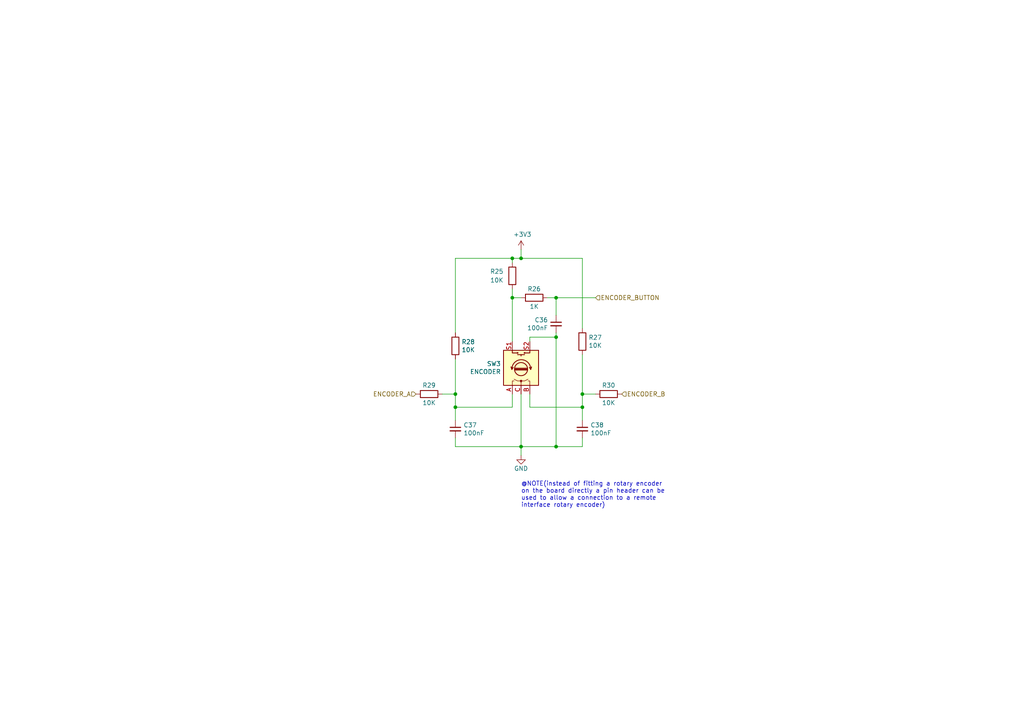
<source format=kicad_sch>
(kicad_sch (version 20231120) (generator "eeschema") (generator_version "8.0")
  (paper "A4")
  (title_block (title "KLST_TINY") (date "2021-05-01") (rev "0.2"))
  (lib_symbols
    (symbol "Device:C_Small" (pin_numbers hide) (pin_names (offset 0.254) hide)
      (property "Reference" "C" (at 0.254 1.778 0))
      (property "Value" "C_Small" (at 0.254 -2.032 0))
      (symbol "C_Small_0_1"
        (polyline (pts (xy -1.524 -0.508) (xy 1.524 -0.508)) (stroke (width 0.3302)))
        (polyline (pts (xy -1.524 0.508) (xy 1.524 0.508)) (stroke (width 0.3048)))
      )
      (symbol "C_Small_1_1"
        (pin passive line (at 0 2.54 270) (length 2.032) (name "~") (number "1"))
        (pin passive line (at 0 -2.54 90) (length 2.032) (name "~") (number "2"))
      )
    )
    (symbol "Device:R" (pin_numbers hide) (pin_names (offset 0))
      (property "Reference" "R" (at 2.032 0 90))
      (property "Value" "R" (at 0 0 90))
      (symbol "R_0_1"
        (rectangle (start -1.016 -2.54) (end 1.016 2.54) (stroke (width 0.254)))
      )
      (symbol "R_1_1"
        (pin passive line (at 0 3.81 270) (length 1.27) (name "~") (number "1"))
        (pin passive line (at 0 -3.81 90) (length 1.27) (name "~") (number "2"))
      )
    )
    (symbol "KLST_TINY-rescue:+3V3-power" (power) (pin_names (offset 0))
      (property "Value" "power_+3V3" (at 0 3.556 0))
      (symbol "+3V3-power_0_1"
        (polyline (pts (xy -0.762 1.27) (xy 0 2.54)))
        (polyline (pts (xy 0 0) (xy 0 2.54)))
        (polyline (pts (xy 0 2.54) (xy 0.762 1.27)))
      )
      (symbol "+3V3-power_1_1"
        (pin power_in line (at 0 0 90) (length 0) hide (name "+3V3") (number "1"))
      )
    )
    (symbol "KLST_TINY-rescue:GND-power" (power) (pin_names (offset 0))
      (property "Value" "power_GND" (at 0 -3.81 0))
      (symbol "GND-power_0_1"
        (polyline (pts (xy 0 0) (xy 0 -1.27) (xy 1.27 -1.27) (xy 0 -2.54) (xy -1.27 -1.27) (xy 0 -1.27)))
      )
      (symbol "GND-power_1_1"
        (pin power_in line (at 0 0 270) (length 0) hide (name "GND") (number "1"))
      )
    )
    (symbol "KLST_TINY-rescue:Rotary_Encoder_Switch-Device" (pin_names (offset 0.254) hide)
      (property "Reference" "SW" (at 0 6.604 0))
      (property "Value" "Device_Rotary_Encoder_Switch" (at 0 -6.604 0))
      (symbol "Rotary_Encoder_Switch-Device_0_1"
        (rectangle (start -5.08 5.08) (end 5.08 -5.08) (stroke (width 0.254)) (fill (type background)))
        (circle (center -3.81 0) (radius 0.254) (fill (type outline)))
        (arc (start -0.381 -2.794) (mid 2.3622 -0.0508) (end -0.381 2.667) (stroke (width 0.254)))
        (circle (center -0.381 0) (radius 1.905) (stroke (width 0.254)))
        (polyline (pts (xy -0.635 -1.778) (xy -0.635 1.778)) (stroke (width 0.254)))
        (polyline (pts (xy -0.381 -1.778) (xy -0.381 1.778)) (stroke (width 0.254)))
        (polyline (pts (xy -0.127 1.778) (xy -0.127 -1.778)) (stroke (width 0.254)))
        (polyline (pts (xy 3.81 0) (xy 3.429 0)) (stroke (width 0.254)))
        (polyline (pts (xy 3.81 1.016) (xy 3.81 -1.016)) (stroke (width 0.254)))
        (polyline (pts (xy -5.08 -2.54) (xy -3.81 -2.54) (xy -3.81 -2.032)))
        (polyline (pts (xy -5.08 2.54) (xy -3.81 2.54) (xy -3.81 2.032)))
        (polyline (pts (xy 0.254 -3.048) (xy -0.508 -2.794) (xy 0.127 -2.413)) (stroke (width 0.254)))
        (polyline (pts (xy 0.254 2.921) (xy -0.508 2.667) (xy 0.127 2.286)) (stroke (width 0.254)))
        (polyline (pts (xy 5.08 -2.54) (xy 4.318 -2.54) (xy 4.318 -1.016)) (stroke (width 0.254)))
        (polyline (pts (xy 5.08 2.54) (xy 4.318 2.54) (xy 4.318 1.016)) (stroke (width 0.254)))
        (polyline (pts (xy -5.08 0) (xy -3.81 0) (xy -3.81 -1.016) (xy -3.302 -2.032)))
        (polyline (pts (xy -4.318 0) (xy -3.81 0) (xy -3.81 1.016) (xy -3.302 2.032)))
        (circle (center 4.318 -1.016) (radius 0.127) (stroke (width 0.254)))
        (circle (center 4.318 1.016) (radius 0.127) (stroke (width 0.254)))
      )
      (symbol "Rotary_Encoder_Switch-Device_1_1"
        (pin passive line (at -7.62 2.54 0) (length 2.54) (name "A") (number "A"))
        (pin passive line (at -7.62 -2.54 0) (length 2.54) (name "B") (number "B"))
        (pin passive line (at -7.62 0 0) (length 2.54) (name "C") (number "C"))
        (pin passive line (at 7.62 2.54 180) (length 2.54) (name "S1") (number "S1"))
        (pin passive line (at 7.62 -2.54 180) (length 2.54) (name "S2") (number "S2"))
      )
    )
  )
  (junction (at 161.29 129.54))
  (junction (at 168.91 118.11))
  (junction (at 151.13 129.54))
  (junction (at 132.08 114.3))
  (junction (at 148.59 74.93))
  (junction (at 148.59 86.36))
  (junction (at 151.13 74.93))
  (junction (at 168.91 114.3))
  (junction (at 161.29 86.36))
  (junction (at 132.08 118.11))
  (junction (at 161.29 97.79))
  (wire (pts (xy 168.91 121.92) (xy 168.91 118.11)))
  (wire (pts (xy 151.13 74.93) (xy 168.91 74.93)))
  (wire (pts (xy 161.29 86.36) (xy 161.29 91.44)))
  (wire (pts (xy 132.08 127) (xy 132.08 129.54)))
  (wire (pts (xy 148.59 118.11) (xy 132.08 118.11)))
  (wire (pts (xy 153.67 99.06) (xy 153.67 97.79)))
  (wire (pts (xy 151.13 129.54) (xy 151.13 114.3)))
  (wire (pts (xy 148.59 74.93) (xy 151.13 74.93)))
  (wire (pts (xy 168.91 102.87) (xy 168.91 114.3)))
  (wire (pts (xy 172.72 114.3) (xy 168.91 114.3)))
  (wire (pts (xy 161.29 86.36) (xy 172.72 86.36)))
  (wire (pts (xy 148.59 114.3) (xy 148.59 118.11)))
  (wire (pts (xy 151.13 72.39) (xy 151.13 74.93)))
  (wire (pts (xy 151.13 129.54) (xy 151.13 132.08)))
  (wire (pts (xy 153.67 97.79) (xy 161.29 97.79)))
  (wire (pts (xy 168.91 114.3) (xy 168.91 118.11)))
  (wire (pts (xy 132.08 114.3) (xy 132.08 118.11)))
  (wire (pts (xy 132.08 74.93) (xy 132.08 96.52)))
  (wire (pts (xy 148.59 86.36) (xy 148.59 99.06)))
  (wire (pts (xy 161.29 97.79) (xy 161.29 129.54)))
  (wire (pts (xy 168.91 74.93) (xy 168.91 95.25)))
  (wire (pts (xy 151.13 86.36) (xy 148.59 86.36)))
  (wire (pts (xy 132.08 74.93) (xy 148.59 74.93)))
  (wire (pts (xy 132.08 104.14) (xy 132.08 114.3)))
  (wire (pts (xy 132.08 129.54) (xy 151.13 129.54)))
  (wire (pts (xy 153.67 114.3) (xy 153.67 118.11)))
  (wire (pts (xy 158.75 86.36) (xy 161.29 86.36)))
  (wire (pts (xy 128.27 114.3) (xy 132.08 114.3)))
  (wire (pts (xy 151.13 129.54) (xy 161.29 129.54)))
  (wire (pts (xy 132.08 121.92) (xy 132.08 118.11)))
  (wire (pts (xy 148.59 83.82) (xy 148.59 86.36)))
  (wire (pts (xy 148.59 74.93) (xy 148.59 76.2)))
  (wire (pts (xy 161.29 129.54) (xy 168.91 129.54)))
  (wire (pts (xy 153.67 118.11) (xy 168.91 118.11)))
  (wire (pts (xy 161.29 96.52) (xy 161.29 97.79)))
  (wire (pts (xy 168.91 129.54) (xy 168.91 127)))
  (text "@NOTE(instead of fitting a rotary encoder \non the board directly a pin header can be\nused to allow a connection to a remote \ninterface rotary encoder)" (at 151.13 147.32 0) (effects (font (size 1.27 1.27)) (justify left bottom)))
  (hierarchical_label "ENCODER_A" (shape input) (at 120.65 114.3 180))
  (hierarchical_label "ENCODER_BUTTON" (shape input) (at 172.72 86.36 0))
  (hierarchical_label "ENCODER_B" (shape input) (at 180.34 114.3 0))
  (symbol (lib_id "KLST_TINY-rescue:GND-power") (at 151.13 132.08 0) (unit 1)
    (property "Reference" "#PWR059" (effects (hide yes)))
    (property "Value" "GND" (at 151.13 135.89 0))
    (instances (project "" (path "" (reference "#PWR059") (unit 1)) (path "" (reference "#PWR061") (unit 1)) (path "" (reference "#PWR063") (unit 1))))
  )
  (symbol (lib_id "Device:C_Small") (at 132.08 124.46 0) (unit 1)
    (property "Reference" "C37" (at 134.4168 123.2916 0) (effects (justify left)))
    (property "Value" "100nF" (at 134.4168 125.603 0) (effects (justify left)))
    (property "Footprint" "Capacitor_SMD:C_0402_1005Metric" (effects (hide yes)))
    (property "MFR.Part #" "CL05B104KO5NNNC" (effects (hide yes)))
    (property "LCSC Part #" "C1525" (effects (hide yes)))
    (property "Extended Part" "-" (effects (hide yes)))
    (instances (project "" (path "" (reference "C37") (unit 1)) (path "" (reference "C40") (unit 1)) (path "" (reference "C43") (unit 1))))
  )
  (symbol (lib_id "Device:R") (at 124.46 114.3 270) (unit 1)
    (property "Reference" "R29" (at 124.46 111.76 90))
    (property "Value" "10K" (at 124.46 116.84 90))
    (property "Footprint" "Resistor_SMD:R_0402_1005Metric" (effects (hide yes)))
    (property "MFR.Part #" "0402WGF1002TCE" (effects (hide yes)))
    (property "LCSC Part #" "C25744" (effects (hide yes)))
    (property "Extended Part" "-" (effects (hide yes)))
    (instances (project "" (path "" (reference "R29") (unit 1)) (path "" (reference "R35") (unit 1)) (path "" (reference "R41") (unit 1))))
  )
  (symbol (lib_id "Device:C_Small") (at 168.91 124.46 0) (unit 1)
    (property "Reference" "C38" (at 171.2468 123.2916 0) (effects (justify left)))
    (property "Value" "100nF" (at 171.2468 125.603 0) (effects (justify left)))
    (property "Footprint" "Capacitor_SMD:C_0402_1005Metric" (effects (hide yes)))
    (property "MFR.Part #" "CL05B104KO5NNNC" (effects (hide yes)))
    (property "LCSC Part #" "C1525" (effects (hide yes)))
    (property "Extended Part" "-" (effects (hide yes)))
    (instances (project "" (path "" (reference "C38") (unit 1)) (path "" (reference "C41") (unit 1)) (path "" (reference "C44") (unit 1))))
  )
  (symbol (lib_id "Device:R") (at 176.53 114.3 270) (unit 1)
    (property "Reference" "R30" (at 176.53 111.76 90))
    (property "Value" "10K" (at 176.53 116.84 90))
    (property "Footprint" "Resistor_SMD:R_0402_1005Metric" (effects (hide yes)))
    (property "MFR.Part #" "0402WGF1002TCE" (effects (hide yes)))
    (property "LCSC Part #" "C25744" (effects (hide yes)))
    (property "Extended Part" "-" (effects (hide yes)))
    (instances (project "" (path "" (reference "R30") (unit 1)) (path "" (reference "R36") (unit 1)) (path "" (reference "R42") (unit 1))))
  )
  (symbol (lib_id "KLST_TINY-rescue:Rotary_Encoder_Switch-Device") (at 151.13 106.68 90) (unit 1)
    (property "Reference" "SW3" (at 145.288 105.5116 90) (effects (justify left)))
    (property "Value" "ENCODER" (at 145.288 107.823 90) (effects (justify left)))
    (property "Footprint" "Rotary_Encoder:RotaryEncoder_Alps_EC12E-Switch_Vertical_H20mm" (effects (hide yes)))
    (property "MFR.Part #" "DNF" (effects (hide yes)))
    (property "Extended Part" "-" (effects (hide yes)))
    (property "LCSC Part #" "DNF" (effects (hide yes)))
    (instances (project "" (path "" (reference "SW3") (unit 1)) (path "" (reference "SW4") (unit 1)) (path "" (reference "SW5") (unit 1))))
  )
  (symbol (lib_id "Device:R") (at 168.91 99.06 0) (mirror y) (unit 1)
    (property "Reference" "R27" (at 170.688 97.8916 0) (effects (justify right)))
    (property "Value" "10K" (at 170.688 100.203 0) (effects (justify right)))
    (property "Footprint" "Resistor_SMD:R_0402_1005Metric" (effects (hide yes)))
    (property "MFR.Part #" "0402WGF1002TCE" (effects (hide yes)))
    (property "LCSC Part #" "C25744" (effects (hide yes)))
    (property "Extended Part" "-" (effects (hide yes)))
    (instances (project "" (path "" (reference "R27") (unit 1)) (path "" (reference "R33") (unit 1)) (path "" (reference "R39") (unit 1))))
  )
  (symbol (lib_id "Device:R") (at 132.08 100.33 0) (mirror y) (unit 1)
    (property "Reference" "R28" (at 133.858 99.1616 0) (effects (justify right)))
    (property "Value" "10K" (at 133.858 101.473 0) (effects (justify right)))
    (property "Footprint" "Resistor_SMD:R_0402_1005Metric" (effects (hide yes)))
    (property "MFR.Part #" "0402WGF1002TCE" (effects (hide yes)))
    (property "LCSC Part #" "C25744" (effects (hide yes)))
    (property "Extended Part" "-" (effects (hide yes)))
    (instances (project "" (path "" (reference "R28") (unit 1)) (path "" (reference "R34") (unit 1)) (path "" (reference "R40") (unit 1))))
  )
  (symbol (lib_id "Device:R") (at 148.59 80.01 180) (unit 1)
    (property "Reference" "R25" (at 146.05 78.74 0) (effects (justify left)))
    (property "Value" "10K" (at 146.05 81.28 0) (effects (justify left)))
    (property "Footprint" "Resistor_SMD:R_0402_1005Metric" (effects (hide yes)))
    (property "MFR.Part #" "0402WGF1002TCE" (effects (hide yes)))
    (property "LCSC Part #" "C25744" (effects (hide yes)))
    (property "Extended Part" "-" (effects (hide yes)))
    (instances (project "" (path "" (reference "R25") (unit 1)) (path "" (reference "R31") (unit 1)) (path "" (reference "R37") (unit 1))))
  )
  (symbol (lib_id "Device:C_Small") (at 161.29 93.98 0) (mirror y) (unit 1)
    (property "Reference" "C36" (at 158.9532 92.8116 0) (effects (justify left)))
    (property "Value" "100nF" (at 158.9532 95.123 0) (effects (justify left)))
    (property "Footprint" "Capacitor_SMD:C_0402_1005Metric" (effects (hide yes)))
    (property "MFR.Part #" "CL05B104KO5NNNC" (effects (hide yes)))
    (property "LCSC Part #" "C1525" (effects (hide yes)))
    (property "Extended Part" "-" (effects (hide yes)))
    (instances (project "" (path "" (reference "C36") (unit 1)) (path "" (reference "C39") (unit 1)) (path "" (reference "C42") (unit 1))))
  )
  (symbol (lib_id "Device:R") (at 154.94 86.36 270) (unit 1)
    (property "Reference" "R26" (at 154.94 83.82 90))
    (property "Value" "1K" (at 154.94 88.9 90))
    (property "Footprint" "Resistor_SMD:R_0402_1005Metric" (effects (hide yes)))
    (property "MFR.Part #" "0402WGF1001TCE" (effects (hide yes)))
    (property "LCSC Part #" "C11702" (effects (hide yes)))
    (property "Extended Part" "-" (effects (hide yes)))
    (instances (project "" (path "" (reference "R26") (unit 1)) (path "" (reference "R32") (unit 1)) (path "" (reference "R38") (unit 1))))
  )
  (symbol (lib_id "KLST_TINY-rescue:+3V3-power") (at 151.13 72.39 0) (unit 1)
    (property "Reference" "#PWR?" (effects (hide yes)))
    (property "Value" "+3V3" (at 151.511 67.9958 0))
    (instances (project "" (path "" (reference "#PWR?") (unit 1)) (path "" (reference "#PWR058") (unit 1)) (path "" (reference "#PWR060") (unit 1)) (path "" (reference "#PWR062") (unit 1))))
  )
)
</source>
